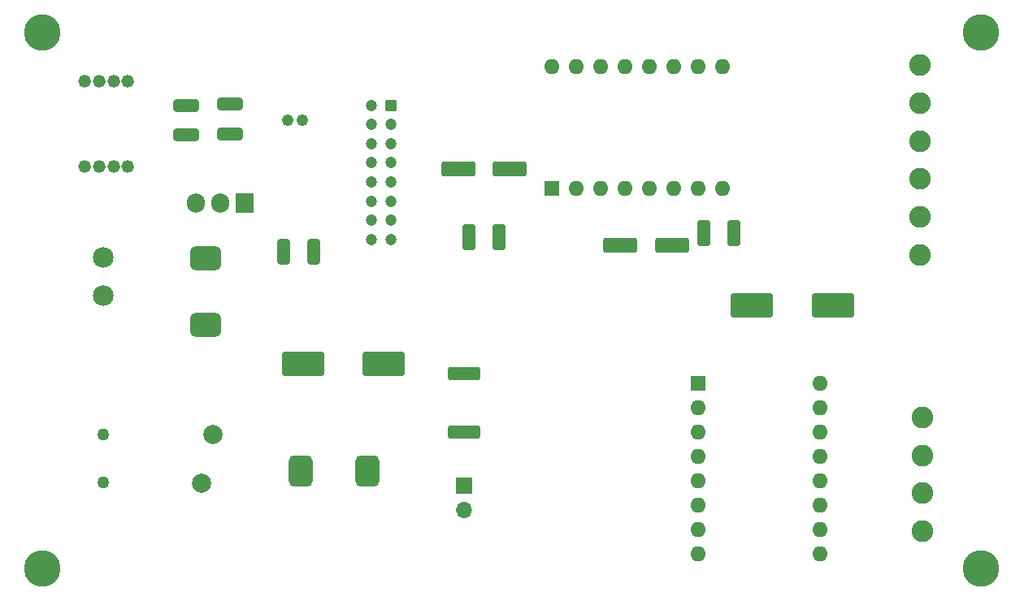
<source format=gbr>
%TF.GenerationSoftware,KiCad,Pcbnew,7.0.10*%
%TF.CreationDate,2024-02-19T13:17:08+01:00*%
%TF.ProjectId,arenaPCBv1,6172656e-6150-4434-9276-312e6b696361,rev?*%
%TF.SameCoordinates,Original*%
%TF.FileFunction,Soldermask,Top*%
%TF.FilePolarity,Negative*%
%FSLAX46Y46*%
G04 Gerber Fmt 4.6, Leading zero omitted, Abs format (unit mm)*
G04 Created by KiCad (PCBNEW 7.0.10) date 2024-02-19 13:17:08*
%MOMM*%
%LPD*%
G01*
G04 APERTURE LIST*
G04 Aperture macros list*
%AMRoundRect*
0 Rectangle with rounded corners*
0 $1 Rounding radius*
0 $2 $3 $4 $5 $6 $7 $8 $9 X,Y pos of 4 corners*
0 Add a 4 corners polygon primitive as box body*
4,1,4,$2,$3,$4,$5,$6,$7,$8,$9,$2,$3,0*
0 Add four circle primitives for the rounded corners*
1,1,$1+$1,$2,$3*
1,1,$1+$1,$4,$5*
1,1,$1+$1,$6,$7*
1,1,$1+$1,$8,$9*
0 Add four rect primitives between the rounded corners*
20,1,$1+$1,$2,$3,$4,$5,0*
20,1,$1+$1,$4,$5,$6,$7,0*
20,1,$1+$1,$6,$7,$8,$9,0*
20,1,$1+$1,$8,$9,$2,$3,0*%
G04 Aperture macros list end*
%ADD10RoundRect,0.625000X-0.625000X-1.025000X0.625000X-1.025000X0.625000X1.025000X-0.625000X1.025000X0*%
%ADD11RoundRect,0.625000X1.025000X-0.625000X1.025000X0.625000X-1.025000X0.625000X-1.025000X-0.625000X0*%
%ADD12RoundRect,0.250000X-1.950000X-1.000000X1.950000X-1.000000X1.950000X1.000000X-1.950000X1.000000X0*%
%ADD13C,3.800000*%
%ADD14C,1.320800*%
%ADD15C,2.260600*%
%ADD16RoundRect,0.250000X0.412500X1.100000X-0.412500X1.100000X-0.412500X-1.100000X0.412500X-1.100000X0*%
%ADD17RoundRect,0.250000X0.400000X1.075000X-0.400000X1.075000X-0.400000X-1.075000X0.400000X-1.075000X0*%
%ADD18RoundRect,0.250000X1.500000X0.550000X-1.500000X0.550000X-1.500000X-0.550000X1.500000X-0.550000X0*%
%ADD19RoundRect,0.250000X-1.075000X0.400000X-1.075000X-0.400000X1.075000X-0.400000X1.075000X0.400000X0*%
%ADD20R,1.600000X1.600000*%
%ADD21O,1.600000X1.600000*%
%ADD22R,1.700000X1.700000*%
%ADD23O,1.700000X1.700000*%
%ADD24RoundRect,0.249999X-1.425001X0.450001X-1.425001X-0.450001X1.425001X-0.450001X1.425001X0.450001X0*%
%ADD25C,2.010000*%
%ADD26C,2.159000*%
%ADD27C,1.244600*%
%ADD28C,1.270000*%
%ADD29RoundRect,0.250000X-0.350000X0.350000X-0.350000X-0.350000X0.350000X-0.350000X0.350000X0.350000X0*%
%ADD30C,1.200000*%
%ADD31RoundRect,0.250000X-0.412500X-1.100000X0.412500X-1.100000X0.412500X1.100000X-0.412500X1.100000X0*%
%ADD32R,1.905000X2.000000*%
%ADD33O,1.905000X2.000000*%
G04 APERTURE END LIST*
D10*
%TO.C,D1*%
X129794000Y-99060000D03*
X136694000Y-99060000D03*
%TD*%
D11*
%TO.C,D2*%
X119888000Y-83820000D03*
X119888000Y-76920000D03*
%TD*%
D12*
%TO.C,C1*%
X130030000Y-87884000D03*
X138430000Y-87884000D03*
%TD*%
D13*
%TO.C,M.2*%
X102870000Y-53340000D03*
%TD*%
D14*
%TO.C,J4*%
X111760000Y-67310000D03*
X110260001Y-67310000D03*
X108759999Y-67310000D03*
X107259999Y-67310000D03*
%TD*%
D13*
%TO.C,M.2*%
X200660000Y-109220000D03*
%TD*%
D15*
%TO.C,J7*%
X194564000Y-93472000D03*
X194564000Y-97432000D03*
X194564000Y-101391999D03*
X194564000Y-105351999D03*
%TD*%
D16*
%TO.C,C5*%
X150406500Y-74676000D03*
X147281500Y-74676000D03*
%TD*%
D17*
%TO.C,R4*%
X131090000Y-76200000D03*
X127990000Y-76200000D03*
%TD*%
D18*
%TO.C,C6*%
X146144000Y-67564000D03*
X151544000Y-67564000D03*
%TD*%
D19*
%TO.C,R2*%
X122428000Y-60807000D03*
X122428000Y-63907000D03*
%TD*%
D20*
%TO.C,U1*%
X171196000Y-89916000D03*
D21*
X171196000Y-92456000D03*
X171196000Y-94996000D03*
X171196000Y-97536000D03*
X171196000Y-100076000D03*
X171196000Y-102616000D03*
X171196000Y-105156000D03*
X171196000Y-107696000D03*
X183896000Y-107696000D03*
X183896000Y-105156000D03*
X183896000Y-102616000D03*
X183896000Y-100076000D03*
X183896000Y-97536000D03*
X183896000Y-94996000D03*
X183896000Y-92456000D03*
X183896000Y-89916000D03*
%TD*%
D13*
%TO.C,M.2*%
X102870000Y-109220000D03*
%TD*%
D19*
%TO.C,R3*%
X117856000Y-60934000D03*
X117856000Y-64034000D03*
%TD*%
D22*
%TO.C,J5*%
X146812000Y-100584000D03*
D23*
X146812000Y-103124000D03*
%TD*%
D24*
%TO.C,R1*%
X146812000Y-88900000D03*
X146812000Y-95000000D03*
%TD*%
D15*
%TO.C,J8*%
X194303900Y-56736901D03*
X194303900Y-60696901D03*
X194303900Y-64656900D03*
X194303900Y-68616900D03*
X194303900Y-72576900D03*
X194303900Y-76536900D03*
%TD*%
D25*
%TO.C,F1*%
X120650000Y-95250000D03*
X119450000Y-100350000D03*
%TD*%
D26*
%TO.C,J1*%
X109220000Y-80772000D03*
X109220000Y-76809600D03*
%TD*%
D18*
%TO.C,C3*%
X168435000Y-75565000D03*
X163035000Y-75565000D03*
%TD*%
D27*
%TO.C,J3*%
X128420998Y-62484000D03*
X129921000Y-62484000D03*
%TD*%
D13*
%TO.C,M.2*%
X200660000Y-53340000D03*
%TD*%
D28*
%TO.C,J6*%
X109220000Y-95250000D03*
X109220000Y-100250000D03*
%TD*%
D29*
%TO.C,J9*%
X139160000Y-60930000D03*
D30*
X137160000Y-60930000D03*
X139160000Y-62930000D03*
X137160000Y-62930000D03*
X139160000Y-64930000D03*
X137160000Y-64930000D03*
X139160000Y-66930000D03*
X137160000Y-66930000D03*
X139160000Y-68930000D03*
X137160000Y-68930000D03*
X139160000Y-70930000D03*
X137160000Y-70930000D03*
X139160000Y-72930000D03*
X137160000Y-72930000D03*
X139160000Y-74930000D03*
X137160000Y-74930000D03*
%TD*%
D31*
%TO.C,C4*%
X174917500Y-74295000D03*
X171792500Y-74295000D03*
%TD*%
D12*
%TO.C,C2*%
X176784000Y-81788000D03*
X185184000Y-81788000D03*
%TD*%
D14*
%TO.C,J2*%
X111760000Y-58420000D03*
X110260001Y-58420000D03*
X108759999Y-58420000D03*
X107259999Y-58420000D03*
%TD*%
D32*
%TO.C,Q1*%
X123952000Y-71120000D03*
D33*
X121412000Y-71120000D03*
X118872000Y-71120000D03*
%TD*%
D20*
%TO.C,U2*%
X155956000Y-69596000D03*
D21*
X158496000Y-69596000D03*
X161036000Y-69596000D03*
X163576000Y-69596000D03*
X166116000Y-69596000D03*
X168656000Y-69596000D03*
X171196000Y-69596000D03*
X173736000Y-69596000D03*
X173736000Y-56896000D03*
X171196000Y-56896000D03*
X168656000Y-56896000D03*
X166116000Y-56896000D03*
X163576000Y-56896000D03*
X161036000Y-56896000D03*
X158496000Y-56896000D03*
X155956000Y-56896000D03*
%TD*%
M02*

</source>
